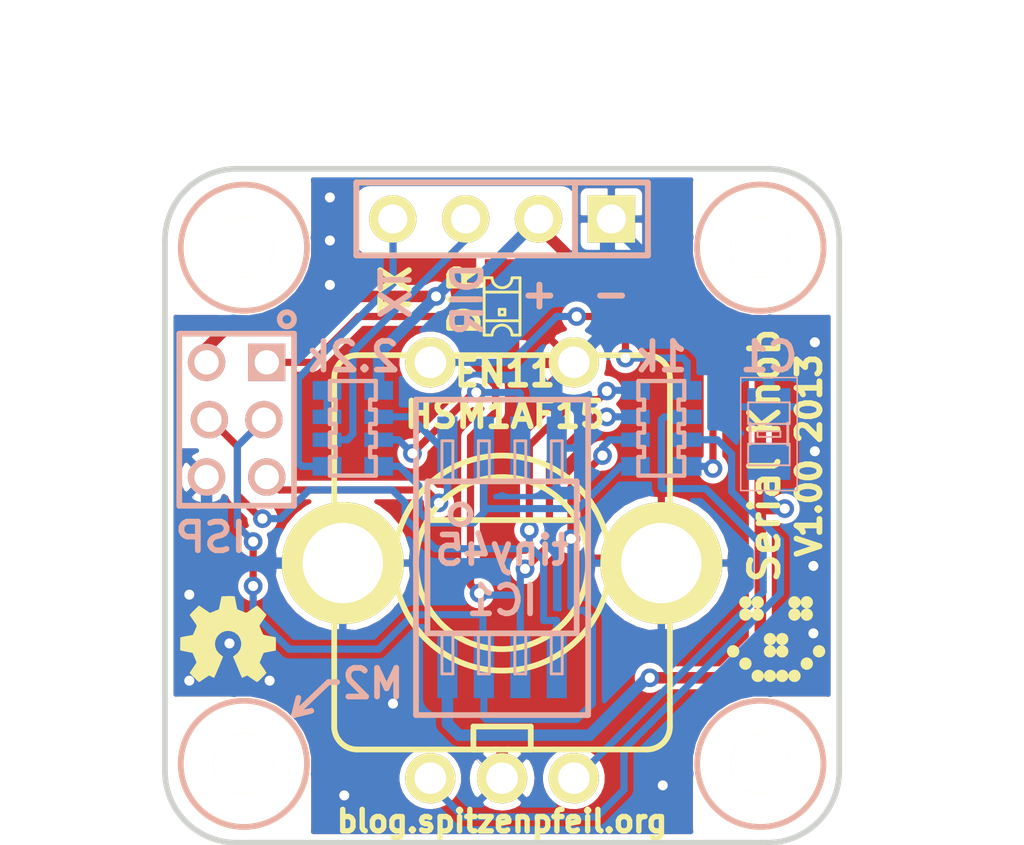
<source format=kicad_pcb>
(kicad_pcb (version 3) (host pcbnew "(2013-09-16 BZR 4319)-product")
  (title_block (title "Serial Knob - a.k.a. \"The Knob\"") (date "27 mar 2013") (rev 1.00) (company "2013 - blog.spitzenpfeil.org"))
  (layers (15 Front signal) (0 Back signal) (20 B.SilkS user) (21 F.SilkS user) (22 B.Mask user) (23 F.Mask user) (28 Edge.Cuts user))
  (net 0 "")
  (net 1 /BUTTON)
  (net 2 /ENC_A)
  (net 3 /ENC_B)
  (net 4 /LED)
  (net 5 /MISO)
  (net 6 /MOSI)
  (net 7 /PB4)
  (net 8 /RESET)
  (net 9 /SCK)
  (net 10 /TX)
  (net 11 GND)
  (net 12 N-0000011)
  (net 13 N-0000012)
  (net 14 N-0000013)
  (net 15 VCC)
  (module MADW__EN11-HSM1AF15 (layer Front) (at 113 99)
    (fp_text reference ENC1 hide)
    (fp_text value EN11-HSM1AF15 hide)
    (pad A thru_hole circle (at -2.5 7.5) (size 1.75 1.75) (drill 1.1) (layers *.Cu *.Mask F.SilkS) (net 2 /ENC_A))
    (pad B thru_hole circle (at 2.5 7.5) (size 1.75 1.75) (drill 1.1) (layers *.Cu *.Mask F.SilkS) (net 3 /ENC_B))
    (pad C thru_hole circle (at 0 7.5) (size 1.75 1.75) (drill 1.1) (layers *.Cu *.Mask F.SilkS) (net 11 GND))
    (pad SW2 thru_hole circle (at 2.5 -7) (size 1.75 1.75) (drill 1.1) (layers *.Cu *.Mask F.SilkS) (net 11 GND))
    (pad SW1 thru_hole circle (at -2.5 -7) (size 1.75 1.75) (drill 1.1) (layers *.Cu *.Mask F.SilkS) (net 1 /BUTTON))
    (pad body thru_hole oval (at 5.55 0) (size 4.25 4.25) (drill 2.8) (layers *.Cu *.Mask F.SilkS) (net 11 GND))
    (pad body thru_hole oval (at -5.55 0) (size 4.25 4.25) (drill 2.8) (layers *.Cu *.Mask F.SilkS) (net 11 GND))
  )
  (module MADW__mounting_hole_2mm (layer Front) (at 122 106)
    (fp_text reference MH4 hide)
    (fp_text value CONN_1 hide)
    (pad "" np_thru_hole circle (at 0 0) (size 2.1 2.1) (drill 2.1) (layers *.Cu *.Mask F.SilkS) (clearance 1.1))
  )
  (module MADW__mounting_hole_2mm (layer Front) (at 104 106)
    (fp_text reference MH1 hide)
    (fp_text value CONN_1 hide)
    (pad "" np_thru_hole circle (at 0 0) (size 2.1 2.1) (drill 2.1) (layers *.Cu *.Mask F.SilkS) (clearance 1.1))
  )
  (module MADW__mounting_hole_2mm (layer Front) (at 104 88)
    (fp_text reference MH3 hide)
    (fp_text value CONN_1 hide)
    (pad "" np_thru_hole circle (at 0 0) (size 2.1 2.1) (drill 2.1) (layers *.Cu *.Mask F.SilkS) (clearance 1.1))
  )
  (module MADW__mounting_hole_2mm (layer Front) (at 122 88)
    (fp_text reference MH2 hide)
    (fp_text value CONN_1 hide)
    (pad "" np_thru_hole circle (at 0 0) (size 2.1 2.1) (drill 2.1) (layers *.Cu *.Mask F.SilkS) (clearance 1.1))
  )
  (module MADW__PIN_ARRAY_3x2_2mm (layer Back) (at 103.75 94 270)
    (fp_text reference JP1 hide)
    (fp_text value ISP (at 4.1 0.9 360) (layer B.SilkS) (effects (font (thickness 0.2)) (justify mirror)))
    (pad 1 thru_hole rect (at -2 -1.05 270) (size 1.3 1.3) (drill 0.85) (layers *.Cu *.Mask B.SilkS) (net 5 /MISO))
    (pad 2 thru_hole circle (at -2 1.05 270) (size 1.3 1.3) (drill 0.85) (layers *.Cu *.Mask B.SilkS) (net 15 VCC))
    (pad 3 thru_hole circle (at 0 -0.95 270) (size 1.3 1.3) (drill 0.85) (layers *.Cu *.Mask B.SilkS) (net 9 /SCK))
    (pad 4 thru_hole circle (at 0 0.95 270) (size 1.3 1.3) (drill 0.85) (layers *.Cu *.Mask B.SilkS) (net 6 /MOSI))
    (pad 5 thru_hole circle (at 2 -1.05 270) (size 1.3 1.3) (drill 0.85) (layers *.Cu *.Mask B.SilkS) (net 8 /RESET))
    (pad 6 thru_hole circle (at 2 1.05 270) (size 1.3 1.3) (drill 0.85) (layers *.Cu *.Mask B.SilkS) (net 11 GND))
  )
  (module TINDIE_DOG (layer Front) (at 102.75 98.425)
    (fp_text reference G3 hide)
    (fp_text value TINDIE_DOG hide)
  )
  (module MADW__SIL-4 (layer Front) (at 113 87 180)
    (fp_text reference P1 hide)
    (fp_text value CONN_4 hide)
    (pad 1 thru_hole rect (at -3.81 0 180) (size 1.65 1.65) (drill 1.016) (layers *.Cu *.Mask F.SilkS) (net 11 GND))
    (pad 2 thru_hole circle (at -1.27 0 180) (size 1.65 1.65) (drill 1.016) (layers *.Cu *.Mask F.SilkS) (net 15 VCC))
    (pad 3 thru_hole circle (at 1.27 0 180) (size 1.65 1.65) (drill 1.016) (layers *.Cu *.Mask F.SilkS) (net 7 /PB4))
    (pad 4 thru_hole circle (at 3.81 0 180) (size 1.65 1.65) (drill 1.016) (layers *.Cu *.Mask F.SilkS) (net 10 /TX))
  )
  (module MADW__SO8_200mil_wide (layer Back) (at 113 98.8)
    (fp_text reference IC1 (at 0 1.5) (layer B.SilkS) (effects (font (thickness 0.2)) (justify mirror)))
    (fp_text value ATTINY85-S hide)
    (pad 1 smd rect (at -1.905 -3.81) (size 0.7 2.2) (layers Back B.Mask) (net 8 /RESET))
    (pad 2 smd rect (at -0.635 -3.81) (size 0.7 2.2) (layers Back B.Mask) (net 4 /LED))
    (pad 3 smd rect (at 0.635 -3.81) (size 0.7 2.2) (layers Back B.Mask) (net 12 N-0000011))
    (pad 4 smd rect (at 1.905 -3.81) (size 0.7 2.2) (layers Back B.Mask) (net 11 GND))
    (pad 5 smd rect (at 1.905 3.81) (size 0.7 2.2) (layers Back B.Mask) (net 6 /MOSI))
    (pad 6 smd rect (at 0.635 3.81) (size 0.7 2.2) (layers Back B.Mask) (net 5 /MISO))
    (pad 7 smd rect (at -0.635 3.81) (size 0.7 2.2) (layers Back B.Mask) (net 9 /SCK))
    (pad 8 smd rect (at -1.905 3.81) (size 0.7 2.2) (layers Back B.Mask) (net 15 VCC))
  )
  (module LED_SMILE (layer Front) (at 122.55 101.65)
    (fp_text reference G2 hide)
    (fp_text value LED_SMILE hide)
  )
  (module OSHW_LOGO (layer Front) (at 103.45 101.65)
    (fp_text reference G1 hide)
    (fp_text value OSHW_LOGO hide)
  )
  (module -C0805 (layer Back) (at 122.3 94.5 90)
    (fp_text reference C1 (at 2.7 0 180) (layer B.SilkS) (effects (font (thickness 0.2)) (justify mirror)))
    (fp_text value 4µ7 hide)
    (pad 1 smd rect (at -0.94996 0 90) (size 1.29794 1.4986) (layers Back B.Mask) (net 15 VCC))
    (pad 2 smd rect (at 0.94996 0 90) (size 1.29794 1.4986) (layers Back B.Mask) (net 11 GND))
  )
  (module MADW__CHIPLED-0805 (layer Front) (at 113 90.05 270)
    (fp_text reference D1 hide)
    (fp_text value LED hide)
    (pad 1 smd rect (at -1.04902 0 270) (size 1.19888 1.19888) (layers Front F.Mask) (net 14 N-0000013))
    (pad 2 smd rect (at 1.04902 0 270) (size 1.19888 1.19888) (layers Front F.Mask) (net 11 GND))
  )
  (module MADW__1206*4_resistor_array (layer Back) (at 118.55 94.3 90)
    (fp_text reference RP2 hide)
    (fp_text value 1k (at 2.5 0 180) (layer B.SilkS) (effects (font (thickness 0.2)) (justify mirror)))
    (pad 8 smd rect (at -1.325 0.9 90) (size 0.65 1) (layers Back B.Mask) (net 14 N-0000013))
    (pad 7 smd rect (at -0.4 0.9 90) (size 0.5 1) (layers Back B.Mask) (net 2 /ENC_A))
    (pad 6 smd rect (at 0.4 0.9 90) (size 0.5 1) (layers Back B.Mask) (net 3 /ENC_B))
    (pad 5 smd rect (at 1.325 0.9 90) (size 0.65 1) (layers Back B.Mask) (net 1 /BUTTON))
    (pad 1 smd rect (at -1.325 -0.9 90) (size 0.65 1) (layers Back B.Mask) (net 4 /LED))
    (pad 2 smd rect (at -0.4 -0.9 90) (size 0.5 1) (layers Back B.Mask) (net 9 /SCK))
    (pad 3 smd rect (at 0.4 -0.9 90) (size 0.5 1) (layers Back B.Mask) (net 5 /MISO))
    (pad 4 smd rect (at 1.325 -0.9 90) (size 0.65 1) (layers Back B.Mask) (net 6 /MOSI))
  )
  (module MADW__1206*4_resistor_array (layer Back) (at 107.8 94.3 270)
    (fp_text reference RP1 hide)
    (fp_text value 2.2k (at -2.5 0 360) (layer B.SilkS) (effects (font (thickness 0.2)) (justify mirror)))
    (pad 8 smd rect (at -1.325 0.9 270) (size 0.65 1) (layers Back B.Mask) (net 13 N-0000012))
    (pad 7 smd rect (at -0.4 0.9 270) (size 0.5 1) (layers Back B.Mask) (net 13 N-0000012))
    (pad 6 smd rect (at 0.4 0.9 270) (size 0.5 1) (layers Back B.Mask) (net 7 /PB4))
    (pad 5 smd rect (at 1.325 0.9 270) (size 0.65 1) (layers Back B.Mask) (net 10 /TX))
    (pad 1 smd rect (at -1.325 -0.9 270) (size 0.65 1) (layers Back B.Mask) (net 15 VCC))
    (pad 2 smd rect (at -0.4 -0.9 270) (size 0.5 1) (layers Back B.Mask) (net 8 /RESET))
    (pad 3 smd rect (at 0.4 -0.9 270) (size 0.5 1) (layers Back B.Mask) (net 12 N-0000011))
    (pad 4 smd rect (at 1.325 -0.9 270) (size 0.65 1) (layers Back B.Mask) (net 4 /LED))
  )
  (gr_text tiny45 (at 113 98.55) (layer B.SilkS) (effects (font (size 1 1) (thickness 0.2)) (justify mirror)))
  (gr_line (start 106.95 103.15) (end 107.25 103.15) (angle 90) (layer B.SilkS) (width 0.2))
  (gr_line (start 105.75 104.3) (end 106.95 103.15) (angle 90) (layer B.SilkS) (width 0.2))
  (gr_line (start 105.75 104.3) (end 106.35 104.15) (angle 90) (layer B.SilkS) (width 0.2))
  (gr_line (start 105.75 104.3) (end 105.9 103.7) (angle 90) (layer B.SilkS) (width 0.2))
  (gr_text M2 (at 108.5 103.2) (layer B.SilkS) (effects (font (size 1 1) (thickness 0.2)) (justify mirror)))
  (gr_text "V1.00 2013" (at 123.7 95.25 90) (layer F.SilkS) (effects (font (size 0.8 0.8) (thickness 0.2))))
  (gr_text "EN11\nHSM1AF15" (at 113.1 93.1) (layer F.SilkS) (effects (font (size 0.9 0.9) (thickness 0.2))))
  (gr_text - (at 116.8 89.6) (layer B.SilkS) (effects (font (size 1 1) (thickness 0.2))))
  (gr_text + (at 114.3 89.6) (layer B.SilkS) (effects (font (size 1 1) (thickness 0.2))))
  (gr_text TX (at 109.3 89.6 90) (layer B.SilkS) (effects (font (size 1 1) (thickness 0.2)) (justify mirror)))
  (gr_text DIR (at 111.8 89.8 90) (layer B.SilkS) (effects (font (size 1 1) (thickness 0.2)) (justify mirror)))
  (gr_line (start 122.25 85.25) (end 103.75 85.25) (angle 90) (layer Edge.Cuts) (width 0.2))
  (gr_line (start 124.75 106.25) (end 124.75 87.75) (angle 90) (layer Edge.Cuts) (width 0.2))
  (gr_line (start 103.75 108.75) (end 122.25 108.75) (angle 90) (layer Edge.Cuts) (width 0.2))
  (gr_line (start 101.25 87.75) (end 101.25 106.25) (angle 90) (layer Edge.Cuts) (width 0.2))
  (gr_text blog.spitzenpfeil.org (at 113 108) (layer F.SilkS) (effects (font (size 0.75 0.75) (thickness 0.1875))))
  (gr_arc (start 103.75 106.25) (end 103.75 108.75) (angle 90) (layer Edge.Cuts) (width 0.2))
  (gr_arc (start 122.25 106.25) (end 124.75 106.25) (angle 90) (layer Edge.Cuts) (width 0.2))
  (gr_arc (start 122.25 87.75) (end 122.25 85.25) (angle 90) (layer Edge.Cuts) (width 0.2))
  (gr_arc (start 103.75 87.75) (end 101.25 87.75) (angle 90) (layer Edge.Cuts) (width 0.2))
  (gr_text DIR (at 111.7 89.8 90) (layer F.SilkS) (effects (font (size 1 1) (thickness 0.2))))
  (gr_text + (at 114.3 89.6) (layer F.SilkS) (effects (font (size 1 1) (thickness 0.2))))
  (gr_text - (at 116.8 89.6) (layer F.SilkS) (effects (font (size 1 1) (thickness 0.2))))
  (gr_text TX (at 109.3 89.5 90) (layer F.SilkS) (effects (font (size 1 1) (thickness 0.2))))
  (gr_text "Serial Knob" (at 122.15 95.25 90) (layer F.SilkS) (effects (font (size 1 1) (thickness 0.2))))
  (segment (start 115.6 90.4) (end 116.75 90.4) (width 0.25) (layer Front) (net 1))
  (segment (start 113.3 92) (end 114.9 90.4) (width 0.25) (layer Back) (net 1))
  (segment (start 114.9 90.4) (end 115.6 90.4) (width 0.25) (layer Back) (net 1))
  (segment (start 110.5 92) (end 113.3 92) (width 0.25) (layer Back) (net 1))
  (via (at 115.6 90.4) (size 0.65) (layers Front Back) (net 1))
  (segment (start 119.45 92) (end 119.3 91.85) (width 0.25) (layer Back) (net 1))
  (segment (start 119.3 91.85) (end 117.3 91.85) (width 0.25) (layer Back) (net 1))
  (via (at 117.3 91.85) (size 0.65) (layers Front Back) (net 1))
  (segment (start 119.45 92) (end 119.45 92.975) (width 0.25) (layer Back) (net 1))
  (segment (start 117.3 90.95) (end 117.3 91.85) (width 0.25) (layer Front) (net 1))
  (segment (start 116.75 90.4) (end 117.3 90.95) (width 0.25) (layer Front) (net 1))
  (segment (start 111.65 107.85) (end 116.3 107.85) (width 0.25) (layer Back) (net 2))
  (segment (start 110.5 106.7) (end 111.65 107.85) (width 0.25) (layer Back) (net 2))
  (segment (start 110.5 106.5) (end 110.5 106.7) (width 0.25) (layer Back) (net 2))
  (segment (start 117.25 105.5) (end 122.7 100.05) (width 0.25) (layer Back) (net 2))
  (segment (start 117.25 106.9) (end 117.25 105.5) (width 0.25) (layer Back) (net 2))
  (segment (start 116.3 107.85) (end 117.25 106.9) (width 0.25) (layer Back) (net 2))
  (segment (start 119.45 94.7) (end 120.5 94.7) (width 0.25) (layer Back) (net 2))
  (segment (start 121 96.5) (end 121 95.2) (width 0.25) (layer Back) (net 2))
  (segment (start 122.7 98.2) (end 122.7 100.05) (width 0.25) (layer Back) (net 2))
  (segment (start 121 96.5) (end 122.7 98.2) (width 0.25) (layer Back) (net 2))
  (segment (start 120.5 94.7) (end 121 95.2) (width 0.25) (layer Back) (net 2))
  (segment (start 119.55 94.8) (end 119.45 94.7) (width 0.25) (layer Back) (net 2))
  (segment (start 120.095943 96.404057) (end 118.595943 96.404057) (width 0.25) (layer Back) (net 3))
  (segment (start 118.65 93.9) (end 119.45 93.9) (width 0.25) (layer Back) (net 3))
  (segment (start 118.55 94) (end 118.65 93.9) (width 0.25) (layer Back) (net 3))
  (segment (start 118.55 96.358114) (end 118.55 94) (width 0.25) (layer Back) (net 3))
  (segment (start 118.595943 96.404057) (end 118.55 96.358114) (width 0.25) (layer Back) (net 3))
  (segment (start 115.5 106.5) (end 115.6 106.5) (width 0.25) (layer Back) (net 3))
  (segment (start 115.6 106.5) (end 122.1 100) (width 0.25) (layer Back) (net 3))
  (segment (start 122.1 98.408114) (end 122.1 100) (width 0.25) (layer Back) (net 3))
  (segment (start 120.095943 96.404057) (end 122.1 98.408114) (width 0.25) (layer Back) (net 3))
  (segment (start 117.65 95.625) (end 117.125 95.625) (width 0.25) (layer Back) (net 4))
  (segment (start 115.65 97.1) (end 112.365 97.1) (width 0.25) (layer Back) (net 4))
  (segment (start 117.125 95.625) (end 115.65 97.1) (width 0.25) (layer Back) (net 4))
  (segment (start 108.7 95.625) (end 109.425 95.625) (width 0.25) (layer Back) (net 4))
  (segment (start 112.365 97.235) (end 112.365 97.1) (width 0.25) (layer Back) (net 4))
  (segment (start 112.365 97.1) (end 112.365 95.19) (width 0.25) (layer Back) (net 4))
  (segment (start 109.425 95.625) (end 110.1 96.3) (width 0.25) (layer Back) (net 4))
  (segment (start 110.1 96.3) (end 110.1 97.2) (width 0.25) (layer Back) (net 4))
  (segment (start 112 97.6) (end 112.365 97.235) (width 0.25) (layer Back) (net 4))
  (segment (start 110.5 97.6) (end 112 97.6) (width 0.25) (layer Back) (net 4))
  (segment (start 110.1 97.2) (end 110.5 97.6) (width 0.25) (layer Back) (net 4))
  (segment (start 104.8 92) (end 106.4 92) (width 0.25) (layer Front) (net 5))
  (segment (start 111.9 94.6) (end 111.9 99.75) (width 0.25) (layer Front) (net 5))
  (segment (start 111.9 99.75) (end 112.2 100.05) (width 0.25) (layer Front) (net 5))
  (segment (start 112.2 100.05) (end 112.265 100.115) (width 0.25) (layer Back) (net 5))
  (segment (start 111.9 91.95) (end 112.775 92.825) (width 0.25) (layer Front) (net 5))
  (segment (start 112.775 92.825) (end 112.775 93.725) (width 0.25) (layer Front) (net 5))
  (segment (start 112.775 93.725) (end 111.9 94.6) (width 0.25) (layer Front) (net 5))
  (segment (start 106.4 92) (end 108 90.4) (width 0.25) (layer Front) (net 5))
  (segment (start 111 90.4) (end 111.9 91.3) (width 0.25) (layer Front) (net 5))
  (via (at 112.2 100.05) (size 0.65) (drill 0.35) (layers Front Back) (net 5))
  (segment (start 111.9 91.3) (end 111.9 91.95) (width 0.25) (layer Front) (net 5))
  (segment (start 108 90.4) (end 111 90.4) (width 0.25) (layer Front) (net 5))
  (segment (start 113.635 100.115) (end 112.265 100.115) (width 0.25) (layer Back) (net 5))
  (segment (start 104.9 92.1) (end 104.8 92) (width 0.25) (layer Front) (net 5))
  (segment (start 113.8 99.2) (end 114.65 98.35) (width 0.25) (layer Front) (net 5))
  (segment (start 114.65 98.35) (end 114.65 95.5) (width 0.25) (layer Front) (net 5))
  (segment (start 114.65 95.5) (end 116.25 93.9) (width 0.25) (layer Front) (net 5))
  (segment (start 113.635 100.115) (end 113.635 99.365) (width 0.25) (layer Back) (net 5))
  (via (at 113.8 99.2) (size 0.65) (layers Front Back) (net 5))
  (segment (start 113.635 99.365) (end 113.8 99.2) (width 0.25) (layer Back) (net 5))
  (segment (start 116.25 93.9) (end 116.65 93.9) (width 0.25) (layer Front) (net 5))
  (via (at 116.65 93.9) (size 0.65) (layers Front Back) (net 5))
  (segment (start 117.65 93.9) (end 116.65 93.9) (width 0.25) (layer Back) (net 5))
  (segment (start 113.635 102.81) (end 113.635 100.115) (width 0.25) (layer Back) (net 5))
  (segment (start 104.6 97.45) (end 103.775 96.625) (width 0.25) (layer Front) (net 6))
  (segment (start 102.85 94) (end 102.8 94) (width 0.25) (layer Front) (net 6))
  (segment (start 102.85 94) (end 103.775 94.925) (width 0.25) (layer Front) (net 6))
  (segment (start 103.775 94.925) (end 103.775 96.625) (width 0.25) (layer Front) (net 6))
  (segment (start 104.6 97.45) (end 104.65 97.45) (width 0.25) (layer Front) (net 6))
  (segment (start 106.275 96.45) (end 105.275 97.45) (width 0.25) (layer Back) (net 6))
  (segment (start 109.175 96.45) (end 106.275 96.45) (width 0.25) (layer Back) (net 6))
  (segment (start 109.625 97.45) (end 110.675 98.5) (width 0.25) (layer Back) (net 6))
  (segment (start 110.675 98.5) (end 111.55 98.5) (width 0.25) (layer Back) (net 6))
  (segment (start 113.95 98.5) (end 111.55 98.5) (width 0.25) (layer Back) (net 6))
  (segment (start 109.625 96.9) (end 109.175 96.45) (width 0.25) (layer Back) (net 6))
  (via (at 104.65 97.45) (size 0.65) (layers Front Back) (net 6))
  (segment (start 109.625 96.9) (end 109.625 97.45) (width 0.25) (layer Back) (net 6))
  (segment (start 104.65 97.45) (end 104.6 97.45) (width 0.25) (layer Front) (net 6))
  (segment (start 105.275 97.45) (end 104.65 97.45) (width 0.25) (layer Back) (net 6))
  (segment (start 114.05 98.5) (end 114.45 98.9) (width 0.25) (layer Back) (net 6))
  (segment (start 113.95 98.5) (end 114.05 98.5) (width 0.25) (layer Back) (net 6))
  (segment (start 114.9 102.605) (end 114.905 102.61) (width 0.25) (layer Back) (net 6))
  (segment (start 114.9 101) (end 114.9 102.605) (width 0.25) (layer Back) (net 6))
  (segment (start 114.45 101) (end 114.9 101) (width 0.25) (layer Back) (net 6))
  (segment (start 114.45 98.9) (end 114.45 101) (width 0.25) (layer Back) (net 6))
  (segment (start 117.65 92.975) (end 116.675 92.975) (width 0.25) (layer Back) (net 6))
  (segment (start 113.95 97.85) (end 113.95 98.5) (width 0.25) (layer Back) (net 6))
  (via (at 113.95 97.85) (size 0.65) (layers Front Back) (net 6))
  (segment (start 113.95 94.9) (end 113.95 97.85) (width 0.25) (layer Front) (net 6))
  (segment (start 115.55 93.3) (end 113.95 94.9) (width 0.25) (layer Front) (net 6))
  (segment (start 116.35 93.3) (end 115.55 93.3) (width 0.25) (layer Front) (net 6))
  (segment (start 116.65 93) (end 116.35 93.3) (width 0.25) (layer Front) (net 6))
  (via (at 116.65 93) (size 0.65) (layers Front Back) (net 6))
  (segment (start 116.675 92.975) (end 116.65 93) (width 0.25) (layer Back) (net 6))
  (segment (start 111.73 87) (end 111.73 87.72) (width 0.25) (layer Back) (net 7))
  (segment (start 111.73 87.72) (end 107.8 91.65) (width 0.25) (layer Back) (net 7))
  (segment (start 106.9 94.7) (end 107.6 94.7) (width 0.25) (layer Back) (net 7))
  (segment (start 107.8 94.5) (end 107.8 91.65) (width 0.25) (layer Back) (net 7))
  (segment (start 107.6 94.7) (end 107.8 94.5) (width 0.25) (layer Back) (net 7))
  (segment (start 110.35 96.45) (end 105.25 96.45) (width 0.25) (layer Front) (net 8))
  (segment (start 109.805 93.9) (end 111.095 95.19) (width 0.25) (layer Back) (net 8))
  (segment (start 108.7 93.9) (end 109.805 93.9) (width 0.25) (layer Back) (net 8))
  (segment (start 110.8 96.9) (end 111.095 96.605) (width 0.25) (layer Back) (net 8))
  (segment (start 111.095 95.19) (end 111.095 96.605) (width 0.25) (layer Back) (net 8))
  (via (at 110.8 96.9) (size 0.65) (drill 0.35) (layers Front Back) (net 8))
  (segment (start 110.35 96.45) (end 110.8 96.9) (width 0.25) (layer Front) (net 8))
  (segment (start 105.25 96.45) (end 104.8 96) (width 0.25) (layer Front) (net 8))
  (segment (start 104.325 99.8) (end 104.325 100.75) (width 0.25) (layer Back) (net 9))
  (segment (start 103.775 97.15) (end 103.775 97.7) (width 0.25) (layer Back) (net 9))
  (segment (start 103.775 97.7) (end 104.325 98.25) (width 0.25) (layer Back) (net 9))
  (segment (start 109.9 100.8) (end 108.7 102) (width 0.25) (layer Back) (net 9))
  (via (at 104.325 98.25) (size 0.65) (layers Front Back) (net 9))
  (segment (start 115.4 96.35) (end 115.4 98.15) (width 0.25) (layer Front) (net 9))
  (segment (start 116.15 103.9) (end 116.15 100.95) (width 0.25) (layer Back) (net 9))
  (via (at 104.325 99.8) (size 0.65) (layers Front Back) (net 9))
  (segment (start 112.33 100.8) (end 109.9 100.8) (width 0.25) (layer Back) (net 9))
  (segment (start 112.33 102.775) (end 112.365 102.81) (width 0.25) (layer Back) (net 9))
  (segment (start 112.33 100.8) (end 112.33 102.775) (width 0.25) (layer Back) (net 9))
  (segment (start 116.5 94.95) (end 116.5 95.25) (width 0.25) (layer Back) (net 9))
  (via (at 116.5 95.25) (size 0.65) (layers Front Back) (net 9))
  (segment (start 117.65 94.7) (end 116.75 94.7) (width 0.25) (layer Back) (net 9))
  (segment (start 116.75 94.7) (end 116.5 94.95) (width 0.25) (layer Back) (net 9))
  (segment (start 115.6 104.45) (end 116.15 103.9) (width 0.25) (layer Back) (net 9))
  (segment (start 112.365 102.81) (end 112.365 104.365) (width 0.25) (layer Back) (net 9))
  (segment (start 112.45 104.45) (end 112.365 104.365) (width 0.25) (layer Back) (net 9))
  (segment (start 112.45 104.45) (end 115.6 104.45) (width 0.25) (layer Back) (net 9))
  (via (at 115.4 98.15) (size 0.65) (layers Front Back) (net 9))
  (segment (start 115.4 100.514998) (end 115.4 98.15) (width 0.25) (layer Back) (net 9))
  (segment (start 115.535002 100.65) (end 115.4 100.514998) (width 0.25) (layer Back) (net 9))
  (segment (start 115.85 100.65) (end 115.535002 100.65) (width 0.25) (layer Back) (net 9))
  (segment (start 116.15 100.95) (end 115.85 100.65) (width 0.25) (layer Back) (net 9))
  (segment (start 116.5 95.25) (end 115.4 96.35) (width 0.25) (layer Front) (net 9))
  (segment (start 104.325 99.8) (end 104.325 98.25) (width 0.25) (layer Front) (net 9))
  (segment (start 108.7 102) (end 106.525 102) (width 0.25) (layer Back) (net 9))
  (segment (start 103.775 94.925) (end 104.7 94) (width 0.25) (layer Back) (net 9))
  (segment (start 103.775 94.925) (end 103.775 97.15) (width 0.25) (layer Back) (net 9))
  (segment (start 105.575 102) (end 106.525 102) (width 0.25) (layer Back) (net 9))
  (segment (start 104.325 100.75) (end 105.575 102) (width 0.25) (layer Back) (net 9))
  (segment (start 117.7 94.7) (end 117.65 94.7) (width 0.25) (layer Back) (net 9))
  (segment (start 109.2 89.25) (end 109.2 87.01) (width 0.25) (layer Back) (net 10))
  (segment (start 109.2 89.25) (end 105.9 92.55) (width 0.25) (layer Back) (net 10))
  (segment (start 105.9 92.55) (end 105.9 95.5) (width 0.25) (layer Back) (net 10))
  (segment (start 105.9 95.5) (end 106.025 95.625) (width 0.25) (layer Back) (net 10))
  (segment (start 106.9 95.625) (end 106.025 95.625) (width 0.25) (layer Back) (net 10))
  (segment (start 109.2 87.01) (end 109.19 87) (width 0.25) (layer Back) (net 10))
  (segment (start 109.19 87) (end 109.19 87.11) (width 0.25) (layer Back) (net 10))
  (segment (start 103.2 99) (end 102.7 98.5) (width 0.4) (layer Back) (net 11))
  (segment (start 106.8 99) (end 103.2 99) (width 0.4) (layer Back) (net 11))
  (segment (start 102.7 98.5) (end 102.7 96) (width 0.4) (layer Back) (net 11))
  (segment (start 115.5 92) (end 113.4 92) (width 0.4) (layer Front) (net 11))
  (segment (start 113 91.6) (end 113 90.99902) (width 0.4) (layer Front) (net 11))
  (segment (start 113.4 92) (end 113 91.6) (width 0.4) (layer Front) (net 11))
  (segment (start 106.8 99) (end 106.95 98.85) (width 0.4) (layer Front) (net 11))
  (segment (start 107 87.75) (end 107 89.3) (width 0.01) (layer Front) (net 11))
  (via (at 107 87.75) (size 0.65) (drill 0.35) (layers Front Back) (net 11))
  (via (at 107 89.3) (size 0.65) (layers Front Back) (net 11))
  (segment (start 123.60004 93.55004) (end 123.60004 91.59996) (width 0.01) (layer Back) (net 11))
  (via (at 123.9 91.3) (size 0.65) (layers Front Back) (net 11))
  (segment (start 123.60004 91.59996) (end 123.9 91.3) (width 0.01) (layer Back) (net 11))
  (segment (start 123.85 101.45) (end 123.85 102.05) (width 0.01) (layer Back) (net 11))
  (segment (start 123.60004 93.55004) (end 123.9 93.85) (width 0.01) (layer Back) (net 11))
  (segment (start 123.9 93.85) (end 123.9 95.1) (width 0.01) (layer Back) (net 11))
  (via (at 123.9 95.1) (size 0.65) (layers Front Back) (net 11))
  (segment (start 123.9 95.1) (end 123.85 95.15) (width 0.01) (layer Front) (net 11))
  (segment (start 123.85 95.15) (end 123.85 99.1) (width 0.01) (layer Front) (net 11))
  (via (at 123.85 99.1) (size 0.65) (layers Front Back) (net 11))
  (segment (start 123.85 99.1) (end 123.85 101.45) (width 0.01) (layer Back) (net 11))
  (via (at 123.85 101.45) (size 0.65) (layers Front Back) (net 11))
  (segment (start 122.3 93.55004) (end 123.60004 93.55004) (width 0.01) (layer Back) (net 11))
  (via (at 118.6 106.75) (size 0.65) (layers Front Back) (net 11))
  (segment (start 118.6 105.4) (end 118.6 106.75) (width 0.01) (layer Back) (net 11))
  (segment (start 120.35 103.65) (end 118.6 105.4) (width 0.01) (layer Back) (net 11))
  (segment (start 121 103.65) (end 120.35 103.65) (width 0.01) (layer Back) (net 11))
  (segment (start 121.4 103.25) (end 121 103.65) (width 0.01) (layer Back) (net 11))
  (segment (start 122.65 103.25) (end 121.4 103.25) (width 0.01) (layer Back) (net 11))
  (segment (start 123.85 102.05) (end 122.65 103.25) (width 0.01) (layer Back) (net 11))
  (segment (start 107 89.25) (end 107 87.75) (width 0.01) (layer Front) (net 11))
  (segment (start 116.81 87) (end 116.81 86.06) (width 0.01) (layer Back) (net 11))
  (segment (start 107 86.25) (end 107 87.75) (width 0.01) (layer Front) (net 11))
  (via (at 107 86.25) (size 0.65) (drill 0.35) (layers Front Back) (net 11))
  (segment (start 107.5 85.75) (end 107 86.25) (width 0.01) (layer Back) (net 11))
  (segment (start 116.5 85.75) (end 107.5 85.75) (width 0.01) (layer Back) (net 11))
  (segment (start 116.81 86.06) (end 116.5 85.75) (width 0.01) (layer Back) (net 11))
  (segment (start 113 100.6) (end 113.5 100.6) (width 0.4) (layer Front) (net 11))
  (segment (start 119.1 98.9) (end 119.2 99) (width 0.4) (layer Front) (net 11))
  (segment (start 115.2 98.9) (end 119.1 98.9) (width 0.4) (layer Front) (net 11))
  (segment (start 113.5 100.6) (end 115.2 98.9) (width 0.4) (layer Front) (net 11))
  (segment (start 102.1 100.1) (end 102.25 96.45) (width 0.01) (layer Back) (net 11))
  (via (at 102.1 100.1) (size 0.65) (drill 0.35) (layers Front Back) (net 11))
  (segment (start 103.5 101.8) (end 102.1 100.1) (width 0.01) (layer Front) (net 11))
  (via (at 103.5 101.8) (size 0.65) (drill 0.35) (layers Front Back) (net 11))
  (segment (start 102.25 96.45) (end 102.7 96) (width 0.01) (layer Back) (net 11))
  (segment (start 116.81 87.11) (end 122.3 92.6) (width 0.4) (layer Back) (net 11))
  (segment (start 116.81 87) (end 116.81 87.11) (width 0.4) (layer Back) (net 11))
  (segment (start 122.3 92.6) (end 122.3 93.55004) (width 0.4) (layer Back) (net 11))
  (segment (start 103.5 101.8) (end 103.4 101.8) (width 0.01) (layer Back) (net 11))
  (segment (start 103.4 101.8) (end 102.1 103.1) (width 0.01) (layer Back) (net 11))
  (via (at 102.1 103.1) (size 0.65) (drill 0.35) (layers Front Back) (net 11))
  (segment (start 113 106.5) (end 112.75 106.5) (width 0.01) (layer Front) (net 11))
  (via (at 109.2 103.9) (size 0.65) (drill 0.35) (layers Front Back) (net 11))
  (segment (start 110.75 104.5) (end 109.2 103.9) (width 0.01) (layer Front) (net 11))
  (segment (start 112.75 106.5) (end 110.75 104.5) (width 0.01) (layer Front) (net 11))
  (segment (start 113 106.5) (end 111.5 108) (width 0.01) (layer Front) (net 11))
  (via (at 107.5 107.1) (size 0.65) (drill 0.35) (layers Front Back) (net 11))
  (segment (start 108 108) (end 107.5 107.1) (width 0.01) (layer Front) (net 11))
  (segment (start 111.5 108) (end 108 108) (width 0.01) (layer Front) (net 11))
  (via (at 104.9 103.1) (size 0.65) (drill 0.35) (layers Front Back) (net 11))
  (segment (start 103.5 101.8) (end 104.9 103.1) (width 0.01) (layer Back) (net 11))
  (segment (start 116.61 90.89) (end 116.61 87.2) (width 0.4) (layer Back) (net 11))
  (segment (start 115.5 92) (end 116.61 90.89) (width 0.4) (layer Back) (net 11))
  (segment (start 116.61 87.2) (end 116.81 87) (width 0.4) (layer Back) (net 11))
  (segment (start 115.25 92.25) (end 115.5 92) (width 0.2032) (layer Front) (net 11))
  (segment (start 113 94.5) (end 115.5 92) (width 0.4) (layer Front) (net 11))
  (segment (start 113 106.5) (end 113 100.6) (width 0.4) (layer Front) (net 11))
  (segment (start 113 100.6) (end 113 94.5) (width 0.4) (layer Front) (net 11))
  (segment (start 114.905 95.19) (end 114.905 92.595) (width 0.4) (layer Back) (net 11))
  (segment (start 114.905 92.595) (end 115.5 92) (width 0.4) (layer Back) (net 11))
  (segment (start 112.1 93.05) (end 112 93.05) (width 0.25) (layer Front) (net 12))
  (segment (start 113.6 93.05) (end 113.635 93.085) (width 0.25) (layer Back) (net 12))
  (segment (start 113.635 95.19) (end 113.635 93.085) (width 0.25) (layer Back) (net 12))
  (via (at 112.1 93.05) (size 0.65) (layers Front Back) (net 12))
  (segment (start 112.1 93.05) (end 113.6 93.05) (width 0.25) (layer Back) (net 12))
  (segment (start 112 93.05) (end 109.875 95.175) (width 0.25) (layer Front) (net 12))
  (segment (start 108.7 94.7) (end 109.4 94.7) (width 0.25) (layer Back) (net 12))
  (via (at 109.875 95.175) (size 0.65) (layers Front Back) (net 12))
  (segment (start 109.4 94.7) (end 109.875 95.175) (width 0.25) (layer Back) (net 12))
  (segment (start 106.9 92.975) (end 106.9 93.9) (width 0.25) (layer Back) (net 13))
  (segment (start 120.35 95.7) (end 120.35 91.492464) (width 0.25) (layer Front) (net 14))
  (segment (start 117.958516 89.10098) (end 120.35 91.492464) (width 0.25) (layer Front) (net 14))
  (segment (start 119.45 95.625) (end 120.275 95.625) (width 0.25) (layer Back) (net 14))
  (segment (start 120.35 95.7) (end 120.275 95.625) (width 0.25) (layer Back) (net 14))
  (via (at 120.35 95.7) (size 0.65) (layers Front Back) (net 14))
  (segment (start 117.958516 89.10098) (end 112.8 89.10098) (width 0.25) (layer Front) (net 14))
  (segment (start 122.3 96.8) (end 122.6 97.1) (width 0.4) (layer Back) (net 15))
  (via (at 122.85 97.1) (size 0.65) (drill 0.35) (layers Front Back) (net 15))
  (segment (start 122 97.1) (end 122.85 97.1) (width 0.4) (layer Front) (net 15))
  (segment (start 122.3 96.8) (end 122.3 95.44996) (width 0.4) (layer Back) (net 15))
  (segment (start 122.6 97.1) (end 122.85 97.1) (width 0.4) (layer Back) (net 15))
  (segment (start 103.4 90.8) (end 102.7 91.5) (width 0.4) (layer Front) (net 15))
  (segment (start 110.7 89.7) (end 107.9 89.7) (width 0.4) (layer Front) (net 15))
  (segment (start 106.8 90.8) (end 103.4 90.8) (width 0.4) (layer Front) (net 15))
  (segment (start 106.8 90.8) (end 107.9 89.7) (width 0.4) (layer Front) (net 15))
  (via (at 110.7 89.7) (size 0.65) (layers Front Back) (net 15))
  (segment (start 102.7 91.5) (end 102.7 92) (width 0.4) (layer Front) (net 15))
  (segment (start 102.7 92) (end 102.7 91.65) (width 0.4) (layer Front) (net 15))
  (segment (start 116.05 105) (end 118.05 103) (width 0.4) (layer Back) (net 15))
  (segment (start 120.75 103) (end 122 101.75) (width 0.4) (layer Front) (net 15))
  (segment (start 122 97.1) (end 122 101.75) (width 0.4) (layer Front) (net 15))
  (segment (start 111.5 105) (end 116.05 105) (width 0.4) (layer Back) (net 15))
  (segment (start 111.095 104.595) (end 111.095 102.81) (width 0.4) (layer Back) (net 15))
  (segment (start 111.095 104.595) (end 111.5 105) (width 0.4) (layer Back) (net 15))
  (segment (start 118.15 103) (end 120.75 103) (width 0.4) (layer Front) (net 15))
  (via (at 118.15 103) (size 0.65) (layers Front Back) (net 15))
  (segment (start 118.05 103) (end 118.15 103) (width 0.4) (layer Back) (net 15))
  (segment (start 108.7 92.975) (end 108.7 91.7) (width 0.4) (layer Back) (net 15))
  (segment (start 108.7 91.7) (end 110.7 89.7) (width 0.4) (layer Back) (net 15))
  (segment (start 110.7 89.7) (end 111.4 89) (width 0.4) (layer Back) (net 15))
  (segment (start 112.27 89) (end 114.27 87) (width 0.4) (layer Back) (net 15))
  (segment (start 111.4 89) (end 112.27 89) (width 0.4) (layer Back) (net 15))
  (segment (start 115.595 88.575) (end 114.27 87.25) (width 0.4) (layer Front) (net 15))
  (segment (start 122 92.4) (end 118.175 88.575) (width 0.4) (layer Front) (net 15))
  (segment (start 118.175 88.575) (end 115.595 88.575) (width 0.4) (layer Front) (net 15))
  (segment (start 122 97.1) (end 122 92.4) (width 0.4) (layer Front) (net 15))
  (segment (start 114.27 87.25) (end 114.27 87) (width 0.4) (layer Front) (net 15))
  (zone (net 0) (net_name "") (layer Front) (connect_pads (clearance 0.2)) (min_thickness 0.2)
    (keepout (tracks allowed) (vias allowed) (copperpour not_allowed))
    (fill (arc_segments 16) (thermal_gap 0.25) (thermal_bridge_width 0.25))
    (polygon (pts (xy 101.25 108.75) (xy 101.25 103.65) (xy 104 103.65) (xy 104 106) (xy 106.35 106) (xy 106.35 108.75)))
  )
  (zone (net 11) (net_name GND) (layer Front) (connect_pads (clearance 0.2)) (min_thickness 0.16) (fill (arc_segments 32) (thermal_gap 0.25) (thermal_bridge_width 0.25) (smoothing fillet) (radius 0.5))
    (polygon (pts (xy 101.25 85.25) (xy 124.75 85.25) (xy 124.75 108.75) (xy 101.25 108.75)))
  )
  (zone (net 0) (net_name "") (layer Front) (connect_pads (clearance 0.2)) (min_thickness 0.2)
    (keepout (tracks allowed) (vias allowed) (copperpour not_allowed))
    (fill (arc_segments 32) (thermal_gap 0.25) (thermal_bridge_width 0.25) (smoothing fillet) (radius 0.5))
    (polygon (pts (xy 101.25 85.25) (xy 106.35 85.25) (xy 106.35 88) (xy 104 88) (xy 104 90.35) (xy 101.25 90.35)))
  )
  (zone (net 0) (net_name "") (layer Front) (connect_pads (clearance 0.2)) (min_thickness 0.2)
    (keepout (tracks allowed) (vias allowed) (copperpour not_allowed))
    (fill (arc_segments 32) (thermal_gap 0.25) (thermal_bridge_width 0.25) (smoothing fillet) (radius 0.5))
    (polygon (pts (xy 124.75 85.25) (xy 119.65 85.25) (xy 119.65 88) (xy 122 88) (xy 122 90.35) (xy 124.75 90.35)))
  )
  (zone (net 0) (net_name "") (layer Front) (connect_pads (clearance 0.2)) (min_thickness 0.2)
    (keepout (tracks allowed) (vias allowed) (copperpour not_allowed))
    (fill (arc_segments 32) (thermal_gap 0.25) (thermal_bridge_width 0.25) (smoothing fillet) (radius 0.5))
    (polygon (pts (xy 124.75 108.75) (xy 119.65 108.75) (xy 119.65 106) (xy 122 106) (xy 122 103.65) (xy 124.75 103.65)))
  )
  (zone (net 0) (net_name "") (layer Front) (connect_pads (clearance 0.2)) (min_thickness 0.2)
    (keepout (tracks allowed) (vias allowed) (copperpour not_allowed))
    (fill (arc_segments 32) (thermal_gap 0.25) (thermal_bridge_width 0.25) (smoothing fillet) (radius 0.5))
    (polygon (pts (xy 107.9 85.85) (xy 115.55 85.85) (xy 115.55 88.25) (xy 107.9 88.25)))
  )
  (zone (net 11) (net_name GND) (layer Back) (connect_pads (clearance 0.2)) (min_thickness 0.16) (fill (arc_segments 32) (thermal_gap 0.25) (thermal_bridge_width 0.25) (smoothing fillet) (radius 0.5))
    (polygon (pts (xy 101.25 85.25) (xy 124.75 85.25) (xy 124.75 108.75) (xy 101.25 108.75)))
  )
  (zone (net 0) (net_name "") (layer Back) (connect_pads (clearance 0.2)) (min_thickness 0.2)
    (keepout (tracks allowed) (vias allowed) (copperpour not_allowed))
    (fill (arc_segments 32) (thermal_gap 0.25) (thermal_bridge_width 0.25) (smoothing fillet) (radius 0.5))
    (polygon (pts (xy 101.25 85.25) (xy 106.35 85.25) (xy 106.35 88) (xy 104 88) (xy 104 90.35) (xy 101.25 90.35)))
  )
  (zone (net 0) (net_name "") (layer Back) (connect_pads (clearance 0.2)) (min_thickness 0.2)
    (keepout (tracks allowed) (vias allowed) (copperpour not_allowed))
    (fill (arc_segments 32) (thermal_gap 0.25) (thermal_bridge_width 0.25) (smoothing fillet) (radius 0.5))
    (polygon (pts (xy 124.75 85.25) (xy 119.65 85.25) (xy 119.65 88) (xy 122 88) (xy 122 90.35) (xy 124.75 90.35)))
  )
  (zone (net 0) (net_name "") (layer Back) (connect_pads (clearance 0.2)) (min_thickness 0.2)
    (keepout (tracks allowed) (vias allowed) (copperpour not_allowed))
    (fill (arc_segments 32) (thermal_gap 0.25) (thermal_bridge_width 0.25) (smoothing fillet) (radius 0.5))
    (polygon (pts (xy 124.75 108.75) (xy 119.65 108.75) (xy 119.65 106) (xy 122 106) (xy 122 103.65) (xy 124.75 103.65)))
  )
  (zone (net 0) (net_name "") (layer Back) (connect_pads (clearance 0.2)) (min_thickness 0.2)
    (keepout (tracks allowed) (vias allowed) (copperpour not_allowed))
    (fill (arc_segments 32) (thermal_gap 0.25) (thermal_bridge_width 0.25) (smoothing fillet) (radius 0.5))
    (polygon (pts (xy 101.25 108.75) (xy 106.35 108.75) (xy 106.35 106) (xy 104 106) (xy 104 103.65) (xy 101.25 103.65)))
  )
  (zone (net 0) (net_name "") (layer Back) (connect_pads (clearance 0.2)) (min_thickness 0.2)
    (keepout (tracks allowed) (vias allowed) (copperpour not_allowed))
    (fill (arc_segments 32) (thermal_gap 0.25) (thermal_bridge_width 0.25) (smoothing fillet) (radius 0.5))
    (polygon (pts (xy 107.9 85.85) (xy 115.55 85.85) (xy 115.55 88.25) (xy 107.9 88.25)))
  )
  (zone (net 0) (net_name "") (layer Front) (connect_pads (clearance 0.2)) (min_thickness 0.1)
    (keepout (tracks allowed) (vias allowed) (copperpour not_allowed))
    (fill (arc_segments 16) (thermal_gap 0.2) (thermal_bridge_width 0.2))
    (polygon (pts (xy 101.75 91) (xy 105.75 91) (xy 105.75 97) (xy 104.55 97) (xy 103.8 97) (xy 103.75 97) (xy 103.75 96.3) (xy 103.75 95) (xy 101.75 95)))
  )
  (zone (net 0) (net_name "") (layer Back) (connect_pads (clearance 0.2)) (min_thickness 0.1)
    (keepout (tracks allowed) (vias allowed) (copperpour not_allowed))
    (fill (arc_segments 16) (thermal_gap 0.2) (thermal_bridge_width 0.2))
    (polygon (pts (xy 101.75 91) (xy 105.75 91) (xy 105.75 97) (xy 103.75 97) (xy 103.75 95) (xy 101.75 95)))
  )
  (zone (net 0) (net_name "") (layer Back) (connect_pads (clearance 0.2)) (min_thickness 0.16)
    (keepout (tracks allowed) (vias allowed) (copperpour not_allowed))
    (fill (arc_segments 16) (thermal_gap 0.25) (thermal_bridge_width 0.25))
    (polygon (pts (xy 117 92.45) (xy 120.15 92.45) (xy 120.15 96.15) (xy 117 96.15)))
  )
  (zone (net 0) (net_name "") (layer Back) (connect_pads (clearance 0.2)) (min_thickness 0.16)
    (keepout (tracks allowed) (vias allowed) (copperpour not_allowed))
    (fill (arc_segments 16) (thermal_gap 0.25) (thermal_bridge_width 0.25))
    (polygon (pts (xy 109.4 96.15) (xy 106.2 96.15) (xy 106.2 92.45) (xy 109.4 92.45)))
  )
  (zone (net 0) (net_name "") (layer Front) (connect_pads (clearance 0.2)) (min_thickness 0.16)
    (keepout (tracks allowed) (vias allowed) (copperpour not_allowed))
    (fill (arc_segments 16) (thermal_gap 0.25) (thermal_bridge_width 0.25))
    (polygon (pts (xy 112.3 88.9) (xy 113.7 88.9) (xy 113.7 91.05) (xy 112.3 91.05)))
  )
)
</source>
